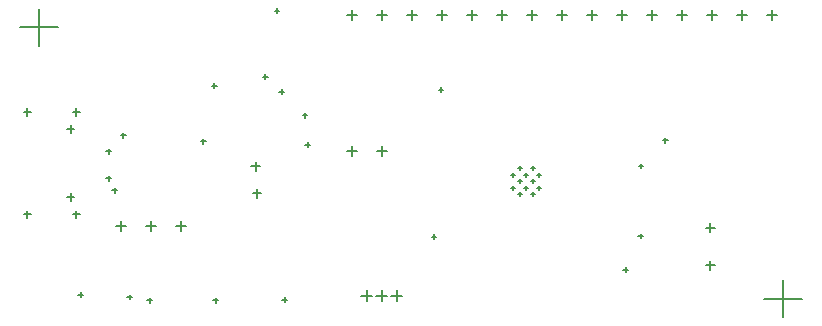
<source format=gbr>
%TF.GenerationSoftware,Altium Limited,Altium Designer,24.0.1 (36)*%
G04 Layer_Color=128*
%FSLAX45Y45*%
%MOMM*%
%TF.SameCoordinates,DDEBADB9-0EAF-4DA9-B7D3-1C4C0305AAAB*%
%TF.FilePolarity,Positive*%
%TF.FileFunction,Drillmap*%
%TF.Part,Single*%
G01*
G75*
%TA.AperFunction,NonConductor*%
%ADD42C,0.12700*%
D42*
X2957500Y1600000D02*
X3042500D01*
X3000000Y1557500D02*
Y1642500D01*
X3211500Y1600000D02*
X3296500D01*
X3254000Y1557500D02*
Y1642500D01*
X4571000Y1401000D02*
X4601000D01*
X4586000Y1386000D02*
Y1416000D01*
X4461000Y1401000D02*
X4491000D01*
X4476000Y1386000D02*
Y1416000D01*
X4516000Y1456000D02*
X4546000D01*
X4531000Y1441000D02*
Y1471000D01*
X4406000Y1456000D02*
X4436000D01*
X4421000Y1441000D02*
Y1471000D01*
X4516000Y1346000D02*
X4546000D01*
X4531000Y1331000D02*
Y1361000D01*
X4571000Y1291000D02*
X4601000D01*
X4586000Y1276000D02*
Y1306000D01*
X4461000Y1291000D02*
X4491000D01*
X4476000Y1276000D02*
Y1306000D01*
X4406000Y1346000D02*
X4436000D01*
X4421000Y1331000D02*
Y1361000D01*
X4516000Y1236000D02*
X4546000D01*
X4531000Y1221000D02*
Y1251000D01*
X4351000Y1401000D02*
X4381000D01*
X4366000Y1386000D02*
Y1416000D01*
X4351000Y1291000D02*
X4381000D01*
X4366000Y1276000D02*
Y1306000D01*
X4406000Y1236000D02*
X4436000D01*
X4421000Y1221000D02*
Y1251000D01*
X6513500Y2750000D02*
X6598500D01*
X6556000Y2707500D02*
Y2792500D01*
X6259500Y2750000D02*
X6344500D01*
X6302000Y2707500D02*
Y2792500D01*
X4735500Y2750000D02*
X4820500D01*
X4778000Y2707500D02*
Y2792500D01*
X4481500Y2750000D02*
X4566500D01*
X4524000Y2707500D02*
Y2792500D01*
X4227500Y2750000D02*
X4312500D01*
X4270000Y2707500D02*
Y2792500D01*
X3973500Y2750000D02*
X4058500D01*
X4016000Y2707500D02*
Y2792500D01*
X2957500Y2750000D02*
X3042500D01*
X3000000Y2707500D02*
Y2792500D01*
X3211500Y2750000D02*
X3296500D01*
X3254000Y2707500D02*
Y2792500D01*
X3465500Y2750000D02*
X3550500D01*
X3508000Y2707500D02*
Y2792500D01*
X3719500Y2750000D02*
X3804500D01*
X3762000Y2707500D02*
Y2792500D01*
X4989500Y2750000D02*
X5074500D01*
X5032000Y2707500D02*
Y2792500D01*
X5243500Y2750000D02*
X5328500D01*
X5286000Y2707500D02*
Y2792500D01*
X5497500Y2750000D02*
X5582500D01*
X5540000Y2707500D02*
Y2792500D01*
X5751500Y2750000D02*
X5836500D01*
X5794000Y2707500D02*
Y2792500D01*
X6005500Y2750000D02*
X6090500D01*
X6048000Y2707500D02*
Y2792500D01*
X3077700Y378285D02*
X3170700D01*
X3124200Y331785D02*
Y424785D01*
X3204700Y378285D02*
X3297700D01*
X3251200Y331785D02*
Y424785D01*
X3331700Y378285D02*
X3424700D01*
X3378200Y331785D02*
Y424785D01*
X998900Y965200D02*
X1083900D01*
X1041400Y922700D02*
Y1007700D01*
X1252900Y965200D02*
X1337900D01*
X1295400Y922700D02*
Y1007700D01*
X1506900Y965200D02*
X1591900D01*
X1549400Y922700D02*
Y1007700D01*
X585500Y1789000D02*
X650500D01*
X618000Y1756500D02*
Y1821500D01*
X585500Y1211000D02*
X650500D01*
X618000Y1178500D02*
Y1243500D01*
X638000Y1068000D02*
X698000D01*
X668000Y1038000D02*
Y1098000D01*
X638000Y1932000D02*
X698000D01*
X668000Y1902000D02*
Y1962000D01*
X220000Y1068000D02*
X280000D01*
X250000Y1038000D02*
Y1098000D01*
X220000Y1932000D02*
X280000D01*
X250000Y1902000D02*
Y1962000D01*
X192500Y2650000D02*
X507500D01*
X350000Y2492500D02*
Y2807500D01*
X6492500Y350000D02*
X6807500D01*
X6650000Y192500D02*
Y507500D01*
X2146900Y1473200D02*
X2221900D01*
X2184400Y1435700D02*
Y1510700D01*
X2158300Y1244600D02*
X2233300D01*
X2195800Y1207100D02*
Y1282100D01*
X919800Y1371600D02*
X959800D01*
X939800Y1351600D02*
Y1391600D01*
X919800Y1600200D02*
X959800D01*
X939800Y1580200D02*
Y1620200D01*
X2344740Y2788920D02*
X2384740D01*
X2364740Y2768920D02*
Y2808920D01*
X2583500Y1905000D02*
X2623500D01*
X2603500Y1885000D02*
Y1925000D01*
X5995000Y635000D02*
X6070000D01*
X6032500Y597500D02*
Y672500D01*
X5995000Y952500D02*
X6070000D01*
X6032500Y915000D02*
Y990000D01*
X5634040Y1691640D02*
X5674040D01*
X5654040Y1671640D02*
Y1711640D01*
X1097600Y365760D02*
X1137600D01*
X1117600Y345760D02*
Y385760D01*
X683700Y386814D02*
X723700D01*
X703700Y366814D02*
Y406814D01*
X1267900Y336880D02*
X1307900D01*
X1287900Y316880D02*
Y356880D01*
X1720480Y1684020D02*
X1760480D01*
X1740480Y1664020D02*
Y1704020D01*
X1816420Y2153920D02*
X1856420D01*
X1836420Y2133920D02*
Y2173920D01*
X2248220Y2232660D02*
X2288220D01*
X2268220Y2212660D02*
Y2252660D01*
X5298760Y596900D02*
X5338760D01*
X5318760Y576900D02*
Y616900D01*
X2606360Y1656080D02*
X2646360D01*
X2626360Y1636080D02*
Y1676080D01*
X3675700Y876300D02*
X3715700D01*
X3695700Y856300D02*
Y896300D01*
X5425760Y881380D02*
X5465760D01*
X5445760Y861380D02*
Y901380D01*
X5427000Y1476000D02*
X5467000D01*
X5447000Y1456000D02*
Y1496000D01*
X970600Y1270000D02*
X1010600D01*
X990600Y1250000D02*
Y1290000D01*
X3734120Y2120900D02*
X3774120D01*
X3754120Y2100900D02*
Y2140900D01*
X2410900Y342880D02*
X2450900D01*
X2430900Y322880D02*
Y362880D01*
X1826700Y336880D02*
X1866700D01*
X1846700Y316880D02*
Y356880D01*
X2385380Y2103120D02*
X2425380D01*
X2405380Y2083120D02*
Y2123120D01*
X1043280Y1734820D02*
X1083280D01*
X1063280Y1714820D02*
Y1754820D01*
%TF.MD5,41c238f4304ae7c43ea54478dad72e16*%
M02*

</source>
